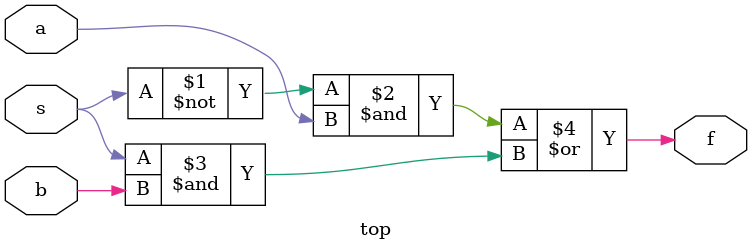
<source format=v>
module top(
    input a,
    input b,
    input s,        
    output f
);
	assign f=(~s&a)|(s&b);
endmodule

</source>
